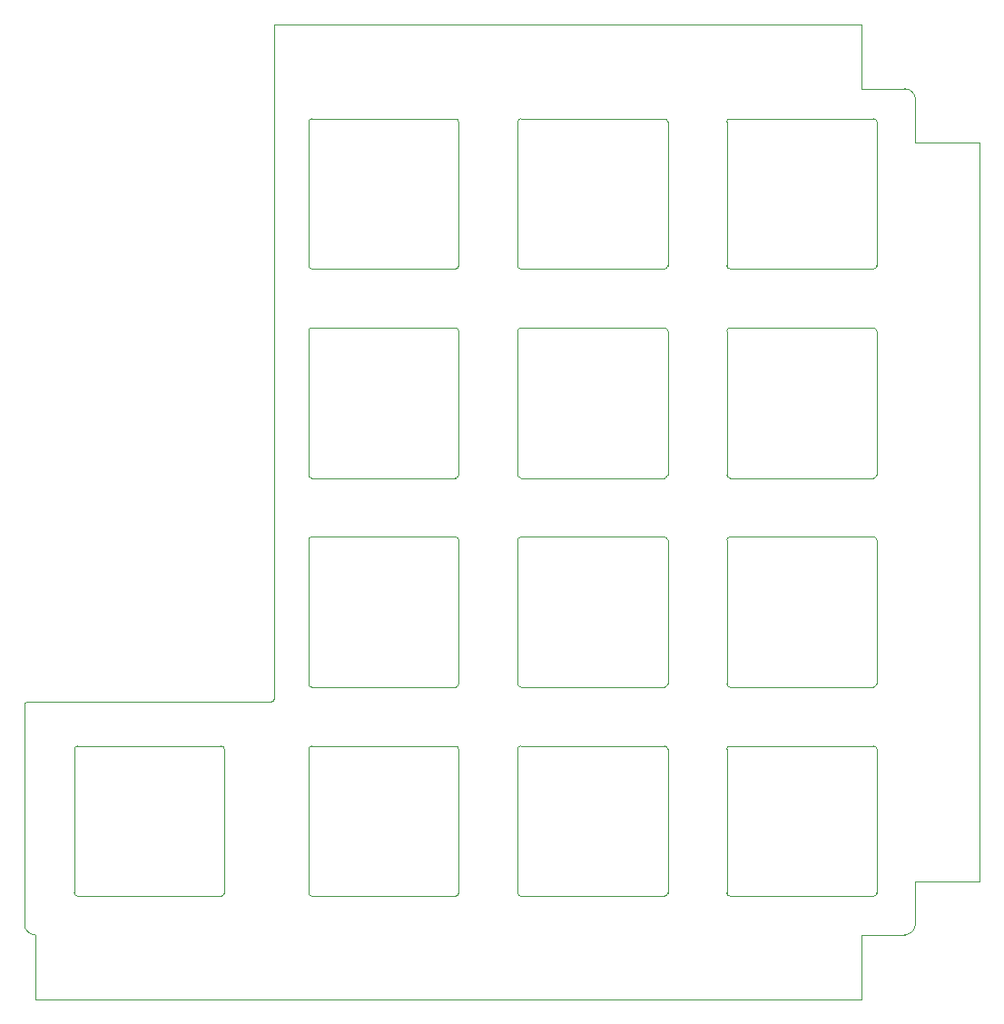
<source format=gbr>
%TF.GenerationSoftware,KiCad,Pcbnew,7.0.5*%
%TF.CreationDate,2023-09-25T19:53:08-07:00*%
%TF.ProjectId,plate,706c6174-652e-46b6-9963-61645f706362,rev?*%
%TF.SameCoordinates,Original*%
%TF.FileFunction,Profile,NP*%
%FSLAX46Y46*%
G04 Gerber Fmt 4.6, Leading zero omitted, Abs format (unit mm)*
G04 Created by KiCad (PCBNEW 7.0.5) date 2023-09-25 19:53:08*
%MOMM*%
%LPD*%
G01*
G04 APERTURE LIST*
%TA.AperFunction,Profile*%
%ADD10C,0.100000*%
%TD*%
%TA.AperFunction,Profile*%
%ADD11C,0.050000*%
%TD*%
G04 APERTURE END LIST*
D10*
X188700000Y-135700000D02*
X188700000Y-131700000D01*
X188700000Y-58800000D02*
X188700000Y-62800000D01*
X183700000Y-57800000D02*
X183700000Y-51800000D01*
X183700000Y-136700000D02*
X183700000Y-142700000D01*
X194700000Y-62800000D02*
X188700000Y-62800000D01*
X187700000Y-57800000D02*
X183700000Y-57800000D01*
X188700000Y-131700000D02*
X194700000Y-131700000D01*
X194700000Y-62800000D02*
X194700000Y-131700000D01*
X128900000Y-51800000D02*
X128900000Y-57800000D01*
X187700000Y-136700000D02*
X183700000Y-136700000D01*
X187700000Y-136700000D02*
G75*
G03*
X188700000Y-135700000I0J1000000D01*
G01*
X105900000Y-115000000D02*
X128600000Y-114999999D01*
X106600000Y-136700000D02*
X106600000Y-142700000D01*
X105600000Y-115300000D02*
X105600000Y-135700000D01*
X128600000Y-114999999D02*
G75*
G03*
X128899999Y-114700000I0J299999D01*
G01*
X188700000Y-58800000D02*
G75*
G03*
X187700000Y-57800000I-1000000J0D01*
G01*
X183700000Y-142700000D02*
X106600000Y-142700000D01*
X183700000Y-51800000D02*
X128900000Y-51800000D01*
X128900000Y-57800000D02*
X128900000Y-114700000D01*
X105900000Y-115000000D02*
G75*
G03*
X105600000Y-115300000I0J-300000D01*
G01*
X105600000Y-135700000D02*
G75*
G03*
X106600000Y-136700000I1000000J0D01*
G01*
D11*
%TO.C,REF\u002A\u002A*%
X110250000Y-132800000D02*
X110250000Y-119400000D01*
X123950000Y-119100000D02*
X110550000Y-119100000D01*
X123950000Y-133100000D02*
X110550000Y-133100000D01*
X124250000Y-132800000D02*
X124250000Y-119400000D01*
X110550000Y-119100000D02*
G75*
G03*
X110250000Y-119400000I0J-300000D01*
G01*
X110250000Y-132800000D02*
G75*
G03*
X110550000Y-133100000I300000J0D01*
G01*
X124250000Y-119400000D02*
G75*
G03*
X123950000Y-119100000I-300000J0D01*
G01*
X123950000Y-133100000D02*
G75*
G03*
X124250000Y-132800000I0J300000D01*
G01*
X132100000Y-113300000D02*
X132100000Y-99900000D01*
X145800000Y-99600000D02*
X132400000Y-99600000D01*
X145800000Y-113600000D02*
X132400000Y-113600000D01*
X146100000Y-113300000D02*
X146100000Y-99900000D01*
X132400000Y-99600000D02*
G75*
G03*
X132100000Y-99900000I0J-300000D01*
G01*
X132100000Y-113300000D02*
G75*
G03*
X132400000Y-113600000I300000J0D01*
G01*
X146100000Y-99900000D02*
G75*
G03*
X145800000Y-99600000I-300000J0D01*
G01*
X145800000Y-113600000D02*
G75*
G03*
X146100000Y-113300000I0J300000D01*
G01*
X151600000Y-74300000D02*
X151600000Y-60900000D01*
X165300000Y-60600000D02*
X151900000Y-60600000D01*
X165300000Y-74600000D02*
X151900000Y-74600000D01*
X165600000Y-74300000D02*
X165600000Y-60900000D01*
X151900000Y-60600000D02*
G75*
G03*
X151600000Y-60900000I0J-300000D01*
G01*
X151600000Y-74300000D02*
G75*
G03*
X151900000Y-74600000I300000J0D01*
G01*
X165600000Y-60900000D02*
G75*
G03*
X165300000Y-60600000I-300000J0D01*
G01*
X165300000Y-74600000D02*
G75*
G03*
X165600000Y-74300000I0J300000D01*
G01*
X151600000Y-93800000D02*
X151600000Y-80400000D01*
X165300000Y-80100000D02*
X151900000Y-80100000D01*
X165300000Y-94100000D02*
X151900000Y-94100000D01*
X165600000Y-93800000D02*
X165600000Y-80400000D01*
X151900000Y-80100000D02*
G75*
G03*
X151600000Y-80400000I0J-300000D01*
G01*
X151600000Y-93800000D02*
G75*
G03*
X151900000Y-94100000I300000J0D01*
G01*
X165600000Y-80400000D02*
G75*
G03*
X165300000Y-80100000I-300000J0D01*
G01*
X165300000Y-94100000D02*
G75*
G03*
X165600000Y-93800000I0J300000D01*
G01*
X171100000Y-113300000D02*
X171100000Y-99900000D01*
X184800000Y-99600000D02*
X171400000Y-99600000D01*
X184800000Y-113600000D02*
X171400000Y-113600000D01*
X185100000Y-113300000D02*
X185100000Y-99900000D01*
X171400000Y-99600000D02*
G75*
G03*
X171100000Y-99900000I0J-300000D01*
G01*
X171100000Y-113300000D02*
G75*
G03*
X171400000Y-113600000I300000J0D01*
G01*
X185100000Y-99900000D02*
G75*
G03*
X184800000Y-99600000I-300000J0D01*
G01*
X184800000Y-113600000D02*
G75*
G03*
X185100000Y-113300000I0J300000D01*
G01*
X171100000Y-74300000D02*
X171100000Y-60900000D01*
X184800000Y-60600000D02*
X171400000Y-60600000D01*
X184800000Y-74600000D02*
X171400000Y-74600000D01*
X185100000Y-74300000D02*
X185100000Y-60900000D01*
X171400000Y-60600000D02*
G75*
G03*
X171100000Y-60900000I0J-300000D01*
G01*
X171100000Y-74300000D02*
G75*
G03*
X171400000Y-74600000I300000J0D01*
G01*
X185100000Y-60900000D02*
G75*
G03*
X184800000Y-60600000I-300000J0D01*
G01*
X184800000Y-74600000D02*
G75*
G03*
X185100000Y-74300000I0J300000D01*
G01*
X171100000Y-93800000D02*
X171100000Y-80400000D01*
X184800000Y-80100000D02*
X171400000Y-80100000D01*
X184800000Y-94100000D02*
X171400000Y-94100000D01*
X185100000Y-93800000D02*
X185100000Y-80400000D01*
X171400000Y-80100000D02*
G75*
G03*
X171100000Y-80400000I0J-300000D01*
G01*
X171100000Y-93800000D02*
G75*
G03*
X171400000Y-94100000I300000J0D01*
G01*
X185100000Y-80400000D02*
G75*
G03*
X184800000Y-80100000I-300000J0D01*
G01*
X184800000Y-94100000D02*
G75*
G03*
X185100000Y-93800000I0J300000D01*
G01*
X132100000Y-132800000D02*
X132100000Y-119400000D01*
X145800000Y-119100000D02*
X132400000Y-119100000D01*
X145800000Y-133100000D02*
X132400000Y-133100000D01*
X146100000Y-132800000D02*
X146100000Y-119400000D01*
X132400000Y-119100000D02*
G75*
G03*
X132100000Y-119400000I0J-300000D01*
G01*
X132100000Y-132800000D02*
G75*
G03*
X132400000Y-133100000I300000J0D01*
G01*
X146100000Y-119400000D02*
G75*
G03*
X145800000Y-119100000I-300000J0D01*
G01*
X145800000Y-133100000D02*
G75*
G03*
X146100000Y-132800000I0J300000D01*
G01*
X171100000Y-132800000D02*
X171100000Y-119400000D01*
X184800000Y-119100000D02*
X171400000Y-119100000D01*
X184800000Y-133100000D02*
X171400000Y-133100000D01*
X185100000Y-132800000D02*
X185100000Y-119400000D01*
X171400000Y-119100000D02*
G75*
G03*
X171100000Y-119400000I0J-300000D01*
G01*
X171100000Y-132800000D02*
G75*
G03*
X171400000Y-133100000I300000J0D01*
G01*
X185100000Y-119400000D02*
G75*
G03*
X184800000Y-119100000I-300000J0D01*
G01*
X184800000Y-133100000D02*
G75*
G03*
X185100000Y-132800000I0J300000D01*
G01*
X151600000Y-113300000D02*
X151600000Y-99900000D01*
X165300000Y-99600000D02*
X151900000Y-99600000D01*
X165300000Y-113600000D02*
X151900000Y-113600000D01*
X165600000Y-113300000D02*
X165600000Y-99900000D01*
X151900000Y-99600000D02*
G75*
G03*
X151600000Y-99900000I0J-300000D01*
G01*
X151600000Y-113300000D02*
G75*
G03*
X151900000Y-113600000I300000J0D01*
G01*
X165600000Y-99900000D02*
G75*
G03*
X165300000Y-99600000I-300000J0D01*
G01*
X165300000Y-113600000D02*
G75*
G03*
X165600000Y-113300000I0J300000D01*
G01*
X151600000Y-132800000D02*
X151600000Y-119400000D01*
X165300000Y-119100000D02*
X151900000Y-119100000D01*
X165300000Y-133100000D02*
X151900000Y-133100000D01*
X165600000Y-132800000D02*
X165600000Y-119400000D01*
X151900000Y-119100000D02*
G75*
G03*
X151600000Y-119400000I0J-300000D01*
G01*
X151600000Y-132800000D02*
G75*
G03*
X151900000Y-133100000I300000J0D01*
G01*
X165600000Y-119400000D02*
G75*
G03*
X165300000Y-119100000I-300000J0D01*
G01*
X165300000Y-133100000D02*
G75*
G03*
X165600000Y-132800000I0J300000D01*
G01*
X132100000Y-93800000D02*
X132100000Y-80400000D01*
X145800000Y-80100000D02*
X132400000Y-80100000D01*
X145800000Y-94100000D02*
X132400000Y-94100000D01*
X146100000Y-93800000D02*
X146100000Y-80400000D01*
X132400000Y-80100000D02*
G75*
G03*
X132100000Y-80400000I0J-300000D01*
G01*
X132100000Y-93800000D02*
G75*
G03*
X132400000Y-94100000I300000J0D01*
G01*
X146100000Y-80400000D02*
G75*
G03*
X145800000Y-80100000I-300000J0D01*
G01*
X145800000Y-94100000D02*
G75*
G03*
X146100000Y-93800000I0J300000D01*
G01*
X132100000Y-74300000D02*
X132100000Y-60900000D01*
X145800000Y-60600000D02*
X132400000Y-60600000D01*
X145800000Y-74600000D02*
X132400000Y-74600000D01*
X146100000Y-74300000D02*
X146100000Y-60900000D01*
X132400000Y-60600000D02*
G75*
G03*
X132100000Y-60900000I0J-300000D01*
G01*
X132100000Y-74300000D02*
G75*
G03*
X132400000Y-74600000I300000J0D01*
G01*
X146100000Y-60900000D02*
G75*
G03*
X145800000Y-60600000I-300000J0D01*
G01*
X145800000Y-74600000D02*
G75*
G03*
X146100000Y-74300000I0J300000D01*
G01*
%TD*%
M02*

</source>
